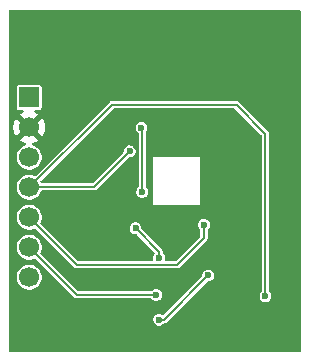
<source format=gbr>
%TF.GenerationSoftware,KiCad,Pcbnew,9.0.4*%
%TF.CreationDate,2025-08-31T17:03:05-04:00*%
%TF.ProjectId,IMU,494d552e-6b69-4636-9164-5f7063625858,0.2*%
%TF.SameCoordinates,Original*%
%TF.FileFunction,Copper,L2,Bot*%
%TF.FilePolarity,Positive*%
%FSLAX46Y46*%
G04 Gerber Fmt 4.6, Leading zero omitted, Abs format (unit mm)*
G04 Created by KiCad (PCBNEW 9.0.4) date 2025-08-31 17:03:05*
%MOMM*%
%LPD*%
G01*
G04 APERTURE LIST*
%TA.AperFunction,ComponentPad*%
%ADD10R,1.700000X1.700000*%
%TD*%
%TA.AperFunction,ComponentPad*%
%ADD11C,1.700000*%
%TD*%
%TA.AperFunction,ViaPad*%
%ADD12C,0.600000*%
%TD*%
%TA.AperFunction,Conductor*%
%ADD13C,0.200000*%
%TD*%
G04 APERTURE END LIST*
D10*
%TO.P,J1,1,Pin_1*%
%TO.N,Net-(J1-Pin_1)*%
X137500000Y-92920000D03*
D11*
%TO.P,J1,2,Pin_2*%
%TO.N,GND*%
X137500000Y-95460000D03*
%TO.P,J1,3,Pin_3*%
%TO.N,/SDA*%
X137500000Y-98000000D03*
%TO.P,J1,4,Pin_4*%
%TO.N,/SCL*%
X137500000Y-100540000D03*
%TO.P,J1,5,Pin_5*%
%TO.N,/INT1*%
X137500000Y-103080000D03*
%TO.P,J1,6,Pin_6*%
%TO.N,/INT2*%
X137500000Y-105620000D03*
%TO.P,J1,7,Pin_7*%
%TO.N,/FSYNC*%
X137500000Y-108160000D03*
%TD*%
D12*
%TO.N,GND*%
X148561950Y-112547597D03*
X152750000Y-109000000D03*
X151250000Y-105000000D03*
X148500000Y-108250000D03*
X149750000Y-90362500D03*
X153750000Y-102500000D03*
X148000000Y-104000000D03*
X155500000Y-104750000D03*
X151750000Y-97250000D03*
%TO.N,/1.8v*%
X152650000Y-108000000D03*
X147067500Y-100932500D03*
X147000000Y-95500000D03*
X146500000Y-104000000D03*
X148500000Y-106500000D03*
X148500000Y-111750000D03*
%TO.N,/INT2*%
X148250000Y-109650000D03*
%TO.N,/INT1*%
X152299265Y-103700735D03*
%TO.N,/SCL*%
X157500000Y-109750000D03*
X146000000Y-97500000D03*
%TD*%
D13*
%TO.N,GND*%
X149750000Y-90362500D02*
X149750000Y-90250000D01*
%TO.N,/1.8v*%
X147067500Y-100932500D02*
X147067500Y-95567500D01*
X146932500Y-100932500D02*
X147000000Y-100865000D01*
X147067500Y-100932500D02*
X146932500Y-100932500D01*
X152650000Y-108000000D02*
X148900000Y-111750000D01*
X148500000Y-106000000D02*
X146500000Y-104000000D01*
X148900000Y-111750000D02*
X148500000Y-111750000D01*
X147067500Y-95567500D02*
X147000000Y-95500000D01*
X148500000Y-106500000D02*
X148500000Y-106000000D01*
%TO.N,/INT2*%
X148250000Y-109650000D02*
X141530000Y-109650000D01*
X141530000Y-109650000D02*
X137500000Y-105620000D01*
%TO.N,/INT1*%
X149999943Y-107100000D02*
X141520000Y-107100000D01*
X149999943Y-107100000D02*
X152299265Y-104800678D01*
X152299265Y-104800678D02*
X152299265Y-103700735D01*
X141520000Y-107100000D02*
X137500000Y-103080000D01*
%TO.N,/SCL*%
X137540000Y-100500000D02*
X137500000Y-100540000D01*
X155050000Y-93550000D02*
X144490000Y-93550000D01*
X155050000Y-93550000D02*
X157500000Y-96000000D01*
X143000000Y-100500000D02*
X137540000Y-100500000D01*
X146000000Y-97500000D02*
X143000000Y-100500000D01*
X157500000Y-96000000D02*
X157500000Y-109750000D01*
X144490000Y-93550000D02*
X137500000Y-100540000D01*
%TD*%
%TA.AperFunction,Conductor*%
%TO.N,GND*%
G36*
X160443039Y-85519685D02*
G01*
X160488794Y-85572489D01*
X160500000Y-85624000D01*
X160500000Y-114376000D01*
X160480315Y-114443039D01*
X160427511Y-114488794D01*
X160376000Y-114500000D01*
X135874000Y-114500000D01*
X135806961Y-114480315D01*
X135761206Y-114427511D01*
X135750000Y-114376000D01*
X135750000Y-111684108D01*
X147999500Y-111684108D01*
X147999500Y-111815891D01*
X148033608Y-111943187D01*
X148060902Y-111990460D01*
X148099500Y-112057314D01*
X148192686Y-112150500D01*
X148306814Y-112216392D01*
X148434108Y-112250500D01*
X148434110Y-112250500D01*
X148565890Y-112250500D01*
X148565892Y-112250500D01*
X148693186Y-112216392D01*
X148807314Y-112150500D01*
X148872663Y-112085150D01*
X148931783Y-112052868D01*
X148931712Y-112052603D01*
X148932807Y-112052309D01*
X148933982Y-112051668D01*
X148937469Y-112051060D01*
X148939559Y-112050500D01*
X148939562Y-112050500D01*
X149015989Y-112030021D01*
X149084511Y-111990460D01*
X149140460Y-111934511D01*
X152538151Y-108536818D01*
X152599474Y-108503334D01*
X152625832Y-108500500D01*
X152715890Y-108500500D01*
X152715892Y-108500500D01*
X152843186Y-108466392D01*
X152957314Y-108400500D01*
X153050500Y-108307314D01*
X153116392Y-108193186D01*
X153150500Y-108065892D01*
X153150500Y-107934108D01*
X153116392Y-107806814D01*
X153050500Y-107692686D01*
X152957314Y-107599500D01*
X152900250Y-107566554D01*
X152843187Y-107533608D01*
X152779539Y-107516554D01*
X152715892Y-107499500D01*
X152584108Y-107499500D01*
X152456812Y-107533608D01*
X152342686Y-107599500D01*
X152342683Y-107599502D01*
X152249502Y-107692683D01*
X152249500Y-107692686D01*
X152183608Y-107806812D01*
X152149500Y-107934108D01*
X152149500Y-108024166D01*
X152129815Y-108091205D01*
X152113181Y-108111847D01*
X148917840Y-111307187D01*
X148856517Y-111340672D01*
X148786825Y-111335688D01*
X148768159Y-111326893D01*
X148693189Y-111283609D01*
X148693186Y-111283608D01*
X148565892Y-111249500D01*
X148434108Y-111249500D01*
X148306812Y-111283608D01*
X148192686Y-111349500D01*
X148192683Y-111349502D01*
X148099502Y-111442683D01*
X148099500Y-111442686D01*
X148033608Y-111556812D01*
X147999500Y-111684108D01*
X135750000Y-111684108D01*
X135750000Y-108056530D01*
X136449500Y-108056530D01*
X136449500Y-108263469D01*
X136489868Y-108466412D01*
X136489870Y-108466420D01*
X136569058Y-108657596D01*
X136684024Y-108829657D01*
X136830342Y-108975975D01*
X136830345Y-108975977D01*
X137002402Y-109090941D01*
X137193580Y-109170130D01*
X137396530Y-109210499D01*
X137396534Y-109210500D01*
X137396535Y-109210500D01*
X137603466Y-109210500D01*
X137603467Y-109210499D01*
X137806420Y-109170130D01*
X137997598Y-109090941D01*
X138169655Y-108975977D01*
X138315977Y-108829655D01*
X138430941Y-108657598D01*
X138510130Y-108466420D01*
X138550500Y-108263465D01*
X138550500Y-108056535D01*
X138510130Y-107853580D01*
X138430941Y-107662402D01*
X138315977Y-107490345D01*
X138315975Y-107490342D01*
X138169657Y-107344024D01*
X138080588Y-107284511D01*
X137997598Y-107229059D01*
X137806420Y-107149870D01*
X137806412Y-107149868D01*
X137603469Y-107109500D01*
X137603465Y-107109500D01*
X137396535Y-107109500D01*
X137396530Y-107109500D01*
X137193587Y-107149868D01*
X137193579Y-107149870D01*
X137002403Y-107229058D01*
X136830342Y-107344024D01*
X136684024Y-107490342D01*
X136569058Y-107662403D01*
X136489870Y-107853579D01*
X136489868Y-107853587D01*
X136449500Y-108056530D01*
X135750000Y-108056530D01*
X135750000Y-105516530D01*
X136449500Y-105516530D01*
X136449500Y-105723469D01*
X136489868Y-105926412D01*
X136489870Y-105926420D01*
X136561562Y-106099500D01*
X136569059Y-106117598D01*
X136619231Y-106192686D01*
X136684024Y-106289657D01*
X136830342Y-106435975D01*
X136830345Y-106435977D01*
X137002402Y-106550941D01*
X137193580Y-106630130D01*
X137332954Y-106657853D01*
X137396530Y-106670499D01*
X137396534Y-106670500D01*
X137396535Y-106670500D01*
X137603466Y-106670500D01*
X137603467Y-106670499D01*
X137806420Y-106630130D01*
X137926974Y-106580194D01*
X137996438Y-106572726D01*
X138058918Y-106604000D01*
X138062104Y-106607075D01*
X141345489Y-109890460D01*
X141414012Y-109930022D01*
X141490438Y-109950500D01*
X141569562Y-109950500D01*
X147791324Y-109950500D01*
X147858363Y-109970185D01*
X147879005Y-109986819D01*
X147942686Y-110050500D01*
X148056814Y-110116392D01*
X148184108Y-110150500D01*
X148184110Y-110150500D01*
X148315890Y-110150500D01*
X148315892Y-110150500D01*
X148443186Y-110116392D01*
X148557314Y-110050500D01*
X148650500Y-109957314D01*
X148716392Y-109843186D01*
X148750500Y-109715892D01*
X148750500Y-109584108D01*
X148716392Y-109456814D01*
X148650500Y-109342686D01*
X148557314Y-109249500D01*
X148489764Y-109210500D01*
X148443187Y-109183608D01*
X148379539Y-109166554D01*
X148315892Y-109149500D01*
X148184108Y-109149500D01*
X148056812Y-109183608D01*
X147942686Y-109249500D01*
X147942683Y-109249502D01*
X147879005Y-109313181D01*
X147817682Y-109346666D01*
X147791324Y-109349500D01*
X141705833Y-109349500D01*
X141638794Y-109329815D01*
X141618152Y-109313181D01*
X138487075Y-106182104D01*
X138453590Y-106120781D01*
X138458574Y-106051089D01*
X138460163Y-106047049D01*
X138510130Y-105926420D01*
X138550500Y-105723465D01*
X138550500Y-105516535D01*
X138510130Y-105313580D01*
X138430941Y-105122402D01*
X138315977Y-104950345D01*
X138315976Y-104950344D01*
X138315975Y-104950342D01*
X138169657Y-104804024D01*
X138032719Y-104712526D01*
X137997598Y-104689059D01*
X137806420Y-104609870D01*
X137806412Y-104609868D01*
X137603469Y-104569500D01*
X137603465Y-104569500D01*
X137396535Y-104569500D01*
X137396530Y-104569500D01*
X137193587Y-104609868D01*
X137193579Y-104609870D01*
X137002403Y-104689058D01*
X136830342Y-104804024D01*
X136684024Y-104950342D01*
X136569058Y-105122403D01*
X136489870Y-105313579D01*
X136489868Y-105313587D01*
X136449500Y-105516530D01*
X135750000Y-105516530D01*
X135750000Y-102976530D01*
X136449500Y-102976530D01*
X136449500Y-103183469D01*
X136489868Y-103386412D01*
X136489870Y-103386420D01*
X136540043Y-103507549D01*
X136569059Y-103577598D01*
X136583695Y-103599502D01*
X136684024Y-103749657D01*
X136830342Y-103895975D01*
X136830345Y-103895977D01*
X137002402Y-104010941D01*
X137193580Y-104090130D01*
X137396530Y-104130499D01*
X137396534Y-104130500D01*
X137396535Y-104130500D01*
X137603466Y-104130500D01*
X137603467Y-104130499D01*
X137806420Y-104090130D01*
X137926974Y-104040194D01*
X137996438Y-104032726D01*
X138058918Y-104064000D01*
X138062104Y-104067075D01*
X141335489Y-107340460D01*
X141394829Y-107374720D01*
X141404008Y-107380020D01*
X141404012Y-107380022D01*
X141480438Y-107400500D01*
X141480440Y-107400500D01*
X150039503Y-107400500D01*
X150039505Y-107400500D01*
X150115932Y-107380021D01*
X150184454Y-107340460D01*
X150240403Y-107284511D01*
X152539725Y-104985189D01*
X152559842Y-104950345D01*
X152579286Y-104916667D01*
X152599765Y-104840240D01*
X152599765Y-104159411D01*
X152619450Y-104092372D01*
X152636084Y-104071730D01*
X152667619Y-104040195D01*
X152699765Y-104008049D01*
X152765657Y-103893921D01*
X152799765Y-103766627D01*
X152799765Y-103634843D01*
X152765657Y-103507549D01*
X152699765Y-103393421D01*
X152606579Y-103300235D01*
X152549515Y-103267289D01*
X152492452Y-103234343D01*
X152428804Y-103217289D01*
X152365157Y-103200235D01*
X152233373Y-103200235D01*
X152106077Y-103234343D01*
X151991951Y-103300235D01*
X151991948Y-103300237D01*
X151898767Y-103393418D01*
X151898765Y-103393421D01*
X151832873Y-103507547D01*
X151798765Y-103634843D01*
X151798765Y-103766627D01*
X151809533Y-103806814D01*
X151832873Y-103893922D01*
X151856075Y-103934108D01*
X151898765Y-104008049D01*
X151898767Y-104008051D01*
X151962446Y-104071730D01*
X151995931Y-104133053D01*
X151998765Y-104159411D01*
X151998765Y-104624845D01*
X151979080Y-104691884D01*
X151962446Y-104712526D01*
X149911791Y-106763181D01*
X149850468Y-106796666D01*
X149824110Y-106799500D01*
X149099505Y-106799500D01*
X149032466Y-106779815D01*
X148986711Y-106727011D01*
X148976767Y-106657853D01*
X148979730Y-106643407D01*
X148983287Y-106630131D01*
X149000500Y-106565892D01*
X149000500Y-106434108D01*
X148966392Y-106306814D01*
X148900500Y-106192686D01*
X148836818Y-106129004D01*
X148803334Y-106067680D01*
X148800500Y-106041323D01*
X148800500Y-105960439D01*
X148800500Y-105960438D01*
X148780021Y-105884011D01*
X148780017Y-105884004D01*
X148740464Y-105815495D01*
X148740458Y-105815487D01*
X147036819Y-104111848D01*
X147003334Y-104050525D01*
X147000500Y-104024167D01*
X147000500Y-103934110D01*
X147000500Y-103934108D01*
X146966392Y-103806814D01*
X146900500Y-103692686D01*
X146807314Y-103599500D01*
X146750250Y-103566554D01*
X146693187Y-103533608D01*
X146609143Y-103511089D01*
X146565892Y-103499500D01*
X146434108Y-103499500D01*
X146306812Y-103533608D01*
X146192686Y-103599500D01*
X146192683Y-103599502D01*
X146099502Y-103692683D01*
X146099500Y-103692686D01*
X146033608Y-103806812D01*
X146009717Y-103895977D01*
X145999500Y-103934108D01*
X145999500Y-104065892D01*
X146005995Y-104090131D01*
X146033608Y-104193187D01*
X146066554Y-104250250D01*
X146099500Y-104307314D01*
X146192686Y-104400500D01*
X146306814Y-104466392D01*
X146434108Y-104500500D01*
X146434110Y-104500500D01*
X146524167Y-104500500D01*
X146591206Y-104520185D01*
X146611848Y-104536819D01*
X148095925Y-106020896D01*
X148129410Y-106082219D01*
X148124426Y-106151911D01*
X148103064Y-106185166D01*
X148104452Y-106186231D01*
X148099505Y-106192678D01*
X148033608Y-106306813D01*
X148033608Y-106306814D01*
X147999500Y-106434108D01*
X147999500Y-106565892D01*
X148009711Y-106604000D01*
X148020270Y-106643407D01*
X148018607Y-106713257D01*
X147979444Y-106771119D01*
X147915216Y-106798623D01*
X147900495Y-106799500D01*
X141695833Y-106799500D01*
X141628794Y-106779815D01*
X141608152Y-106763181D01*
X138487075Y-103642104D01*
X138453590Y-103580781D01*
X138458574Y-103511089D01*
X138460163Y-103507049D01*
X138510130Y-103386420D01*
X138550500Y-103183465D01*
X138550500Y-102976535D01*
X138510130Y-102773580D01*
X138430941Y-102582402D01*
X138315977Y-102410345D01*
X138315975Y-102410342D01*
X138169657Y-102264024D01*
X138083626Y-102206541D01*
X137997598Y-102149059D01*
X137806420Y-102069870D01*
X137806412Y-102069868D01*
X137603469Y-102029500D01*
X137603465Y-102029500D01*
X137396535Y-102029500D01*
X137396530Y-102029500D01*
X137193587Y-102069868D01*
X137193579Y-102069870D01*
X137002403Y-102149058D01*
X136830342Y-102264024D01*
X136684024Y-102410342D01*
X136569058Y-102582403D01*
X136489870Y-102773579D01*
X136489868Y-102773587D01*
X136449500Y-102976530D01*
X135750000Y-102976530D01*
X135750000Y-102000000D01*
X148000000Y-102000000D01*
X152000000Y-102000000D01*
X152000000Y-98000000D01*
X148000000Y-98000000D01*
X148000000Y-102000000D01*
X135750000Y-102000000D01*
X135750000Y-100436530D01*
X136449500Y-100436530D01*
X136449500Y-100643469D01*
X136489868Y-100846412D01*
X136489870Y-100846420D01*
X136569058Y-101037596D01*
X136684024Y-101209657D01*
X136830342Y-101355975D01*
X136830345Y-101355977D01*
X137002402Y-101470941D01*
X137193580Y-101550130D01*
X137396530Y-101590499D01*
X137396534Y-101590500D01*
X137396535Y-101590500D01*
X137603466Y-101590500D01*
X137603467Y-101590499D01*
X137806420Y-101550130D01*
X137997598Y-101470941D01*
X138169655Y-101355977D01*
X138315977Y-101209655D01*
X138430941Y-101037598D01*
X138497444Y-100877047D01*
X138541285Y-100822644D01*
X138607579Y-100800579D01*
X138612005Y-100800500D01*
X143039560Y-100800500D01*
X143039562Y-100800500D01*
X143115989Y-100780021D01*
X143184511Y-100740460D01*
X143240460Y-100684511D01*
X145888151Y-98036818D01*
X145949474Y-98003334D01*
X145975832Y-98000500D01*
X146065890Y-98000500D01*
X146065892Y-98000500D01*
X146193186Y-97966392D01*
X146307314Y-97900500D01*
X146400500Y-97807314D01*
X146466392Y-97693186D01*
X146500500Y-97565892D01*
X146500500Y-97434108D01*
X146466392Y-97306814D01*
X146400500Y-97192686D01*
X146307314Y-97099500D01*
X146250250Y-97066554D01*
X146193187Y-97033608D01*
X146129539Y-97016554D01*
X146065892Y-96999500D01*
X145934108Y-96999500D01*
X145806812Y-97033608D01*
X145692686Y-97099500D01*
X145692683Y-97099502D01*
X145599502Y-97192683D01*
X145599500Y-97192686D01*
X145533608Y-97306812D01*
X145499500Y-97434108D01*
X145499500Y-97524166D01*
X145479815Y-97591205D01*
X145463181Y-97611847D01*
X142911848Y-100163181D01*
X142850525Y-100196666D01*
X142824167Y-100199500D01*
X138578868Y-100199500D01*
X138559693Y-100193869D01*
X138539718Y-100193158D01*
X138526851Y-100184226D01*
X138511829Y-100179815D01*
X138498742Y-100164712D01*
X138482323Y-100153314D01*
X138468104Y-100129354D01*
X138466074Y-100127011D01*
X138464311Y-100122962D01*
X138460199Y-100113037D01*
X138452724Y-100043568D01*
X138483994Y-99981086D01*
X138487046Y-99977923D01*
X143030862Y-95434108D01*
X146499500Y-95434108D01*
X146499500Y-95565891D01*
X146533608Y-95693187D01*
X146566554Y-95750250D01*
X146599500Y-95807314D01*
X146692686Y-95900500D01*
X146692687Y-95900501D01*
X146692689Y-95900502D01*
X146704996Y-95907607D01*
X146753214Y-95958172D01*
X146767000Y-96014996D01*
X146767000Y-100473823D01*
X146747315Y-100540862D01*
X146730682Y-100561504D01*
X146667000Y-100625186D01*
X146601108Y-100739312D01*
X146567000Y-100866608D01*
X146567000Y-100998391D01*
X146601108Y-101125687D01*
X146634054Y-101182750D01*
X146667000Y-101239814D01*
X146760186Y-101333000D01*
X146874314Y-101398892D01*
X147001608Y-101433000D01*
X147001610Y-101433000D01*
X147133390Y-101433000D01*
X147133392Y-101433000D01*
X147260686Y-101398892D01*
X147374814Y-101333000D01*
X147468000Y-101239814D01*
X147533892Y-101125686D01*
X147568000Y-100998392D01*
X147568000Y-100866608D01*
X147533892Y-100739314D01*
X147468000Y-100625186D01*
X147404318Y-100561504D01*
X147370834Y-100500180D01*
X147368000Y-100473823D01*
X147368000Y-95891176D01*
X147387685Y-95824137D01*
X147395858Y-95813994D01*
X147395553Y-95813760D01*
X147400492Y-95807321D01*
X147400500Y-95807314D01*
X147466392Y-95693186D01*
X147500500Y-95565892D01*
X147500500Y-95434108D01*
X147466392Y-95306814D01*
X147400500Y-95192686D01*
X147307314Y-95099500D01*
X147238727Y-95059901D01*
X147193187Y-95033608D01*
X147129539Y-95016554D01*
X147065892Y-94999500D01*
X146934108Y-94999500D01*
X146806812Y-95033608D01*
X146692686Y-95099500D01*
X146692683Y-95099502D01*
X146599502Y-95192683D01*
X146599500Y-95192686D01*
X146533608Y-95306812D01*
X146499500Y-95434108D01*
X143030862Y-95434108D01*
X144578152Y-93886819D01*
X144639475Y-93853334D01*
X144665833Y-93850500D01*
X154874167Y-93850500D01*
X154941206Y-93870185D01*
X154961848Y-93886819D01*
X157163181Y-96088152D01*
X157196666Y-96149475D01*
X157199500Y-96175833D01*
X157199500Y-109291323D01*
X157179815Y-109358362D01*
X157163182Y-109379004D01*
X157099500Y-109442686D01*
X157033608Y-109556812D01*
X156999500Y-109684108D01*
X156999500Y-109815891D01*
X157033608Y-109943187D01*
X157066554Y-110000250D01*
X157099500Y-110057314D01*
X157192686Y-110150500D01*
X157306814Y-110216392D01*
X157434108Y-110250500D01*
X157434110Y-110250500D01*
X157565890Y-110250500D01*
X157565892Y-110250500D01*
X157693186Y-110216392D01*
X157807314Y-110150500D01*
X157900500Y-110057314D01*
X157966392Y-109943186D01*
X158000500Y-109815892D01*
X158000500Y-109684108D01*
X157966392Y-109556814D01*
X157900500Y-109442686D01*
X157836818Y-109379004D01*
X157803334Y-109317680D01*
X157800500Y-109291323D01*
X157800500Y-95960439D01*
X157800500Y-95960438D01*
X157780021Y-95884011D01*
X157780017Y-95884004D01*
X157740464Y-95815495D01*
X157740458Y-95815487D01*
X155234512Y-93309541D01*
X155234504Y-93309535D01*
X155165995Y-93269982D01*
X155165990Y-93269979D01*
X155140513Y-93263152D01*
X155089562Y-93249500D01*
X144450438Y-93249500D01*
X144412224Y-93259739D01*
X144374009Y-93269979D01*
X144374004Y-93269982D01*
X144305495Y-93309535D01*
X144305487Y-93309541D01*
X138062104Y-99552923D01*
X138000781Y-99586408D01*
X137931089Y-99581424D01*
X137926971Y-99579803D01*
X137806424Y-99529871D01*
X137806412Y-99529868D01*
X137603469Y-99489500D01*
X137603465Y-99489500D01*
X137396535Y-99489500D01*
X137396530Y-99489500D01*
X137193587Y-99529868D01*
X137193579Y-99529870D01*
X137002403Y-99609058D01*
X136830342Y-99724024D01*
X136684024Y-99870342D01*
X136569058Y-100042403D01*
X136489870Y-100233579D01*
X136489868Y-100233587D01*
X136449500Y-100436530D01*
X135750000Y-100436530D01*
X135750000Y-95353753D01*
X136150000Y-95353753D01*
X136150000Y-95566246D01*
X136183242Y-95776127D01*
X136183242Y-95776130D01*
X136248904Y-95978217D01*
X136345375Y-96167550D01*
X136384728Y-96221716D01*
X137017037Y-95589408D01*
X137034075Y-95652993D01*
X137099901Y-95767007D01*
X137192993Y-95860099D01*
X137307007Y-95925925D01*
X137370590Y-95942962D01*
X136738282Y-96575269D01*
X136738282Y-96575270D01*
X136792449Y-96614624D01*
X136981782Y-96711095D01*
X137157973Y-96768343D01*
X137215648Y-96807780D01*
X137242847Y-96872139D01*
X137230932Y-96940985D01*
X137183688Y-96992461D01*
X137167108Y-97000835D01*
X137002403Y-97069057D01*
X136830342Y-97184024D01*
X136684024Y-97330342D01*
X136569058Y-97502403D01*
X136489870Y-97693579D01*
X136489868Y-97693587D01*
X136449500Y-97896530D01*
X136449500Y-98103469D01*
X136489868Y-98306412D01*
X136489870Y-98306420D01*
X136569058Y-98497596D01*
X136684024Y-98669657D01*
X136830342Y-98815975D01*
X136830345Y-98815977D01*
X137002402Y-98930941D01*
X137193580Y-99010130D01*
X137396530Y-99050499D01*
X137396534Y-99050500D01*
X137396535Y-99050500D01*
X137603466Y-99050500D01*
X137603467Y-99050499D01*
X137806420Y-99010130D01*
X137997598Y-98930941D01*
X138169655Y-98815977D01*
X138315977Y-98669655D01*
X138430941Y-98497598D01*
X138510130Y-98306420D01*
X138550500Y-98103465D01*
X138550500Y-97896535D01*
X138510130Y-97693580D01*
X138430941Y-97502402D01*
X138315977Y-97330345D01*
X138315975Y-97330342D01*
X138169657Y-97184024D01*
X138043156Y-97099500D01*
X137997598Y-97069059D01*
X137997593Y-97069057D01*
X137912012Y-97033608D01*
X137832890Y-97000834D01*
X137778488Y-96956994D01*
X137756423Y-96890700D01*
X137773702Y-96823001D01*
X137824839Y-96775390D01*
X137842026Y-96768343D01*
X138018217Y-96711095D01*
X138207554Y-96614622D01*
X138261716Y-96575270D01*
X138261717Y-96575270D01*
X137629408Y-95942962D01*
X137692993Y-95925925D01*
X137807007Y-95860099D01*
X137900099Y-95767007D01*
X137965925Y-95652993D01*
X137982962Y-95589408D01*
X138615270Y-96221717D01*
X138615270Y-96221716D01*
X138654622Y-96167554D01*
X138751095Y-95978217D01*
X138816757Y-95776130D01*
X138816757Y-95776127D01*
X138850000Y-95566246D01*
X138850000Y-95353753D01*
X138816757Y-95143872D01*
X138816757Y-95143869D01*
X138751095Y-94941782D01*
X138654624Y-94752449D01*
X138615270Y-94698282D01*
X138615269Y-94698282D01*
X137982962Y-95330590D01*
X137965925Y-95267007D01*
X137900099Y-95152993D01*
X137807007Y-95059901D01*
X137692993Y-94994075D01*
X137629409Y-94977037D01*
X138261716Y-94344728D01*
X138207550Y-94305375D01*
X138013879Y-94206694D01*
X138014396Y-94205678D01*
X137964192Y-94165221D01*
X137942127Y-94098927D01*
X137959406Y-94031228D01*
X138010542Y-93983617D01*
X138066048Y-93970500D01*
X138369750Y-93970500D01*
X138369751Y-93970499D01*
X138384568Y-93967552D01*
X138428229Y-93958868D01*
X138428229Y-93958867D01*
X138428231Y-93958867D01*
X138494552Y-93914552D01*
X138538867Y-93848231D01*
X138538867Y-93848229D01*
X138538868Y-93848229D01*
X138550499Y-93789752D01*
X138550500Y-93789750D01*
X138550500Y-92050249D01*
X138550499Y-92050247D01*
X138538868Y-91991770D01*
X138538867Y-91991769D01*
X138494552Y-91925447D01*
X138428230Y-91881132D01*
X138428229Y-91881131D01*
X138369752Y-91869500D01*
X138369748Y-91869500D01*
X136630252Y-91869500D01*
X136630247Y-91869500D01*
X136571770Y-91881131D01*
X136571769Y-91881132D01*
X136505447Y-91925447D01*
X136461132Y-91991769D01*
X136461131Y-91991770D01*
X136449500Y-92050247D01*
X136449500Y-93789752D01*
X136461131Y-93848229D01*
X136461132Y-93848230D01*
X136505447Y-93914552D01*
X136571769Y-93958867D01*
X136571770Y-93958868D01*
X136630247Y-93970499D01*
X136630250Y-93970500D01*
X136933952Y-93970500D01*
X137000991Y-93990185D01*
X137046746Y-94042989D01*
X137056690Y-94112147D01*
X137027665Y-94175703D01*
X136985735Y-94205938D01*
X136986121Y-94206694D01*
X136792439Y-94305380D01*
X136738282Y-94344727D01*
X136738282Y-94344728D01*
X137370591Y-94977037D01*
X137307007Y-94994075D01*
X137192993Y-95059901D01*
X137099901Y-95152993D01*
X137034075Y-95267007D01*
X137017037Y-95330591D01*
X136384728Y-94698282D01*
X136384727Y-94698282D01*
X136345380Y-94752439D01*
X136248904Y-94941782D01*
X136183242Y-95143869D01*
X136183242Y-95143872D01*
X136150000Y-95353753D01*
X135750000Y-95353753D01*
X135750000Y-85624000D01*
X135769685Y-85556961D01*
X135822489Y-85511206D01*
X135874000Y-85500000D01*
X160376000Y-85500000D01*
X160443039Y-85519685D01*
G37*
%TD.AperFunction*%
%TD*%
M02*

</source>
